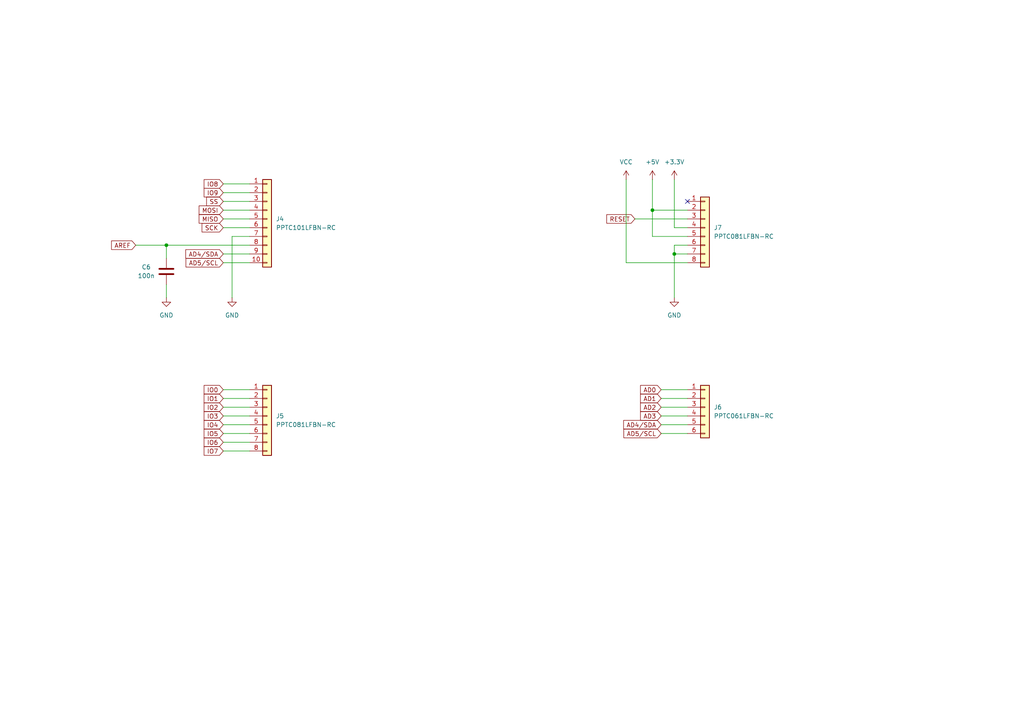
<source format=kicad_sch>
(kicad_sch (version 20231120) (generator "eeschema") (generator_version "8.0")
  (paper "A4")
  (title_block (title "Arduino UNO Headers") (date "2024-04-27") (rev "1") (company "Carlos Sabogal"))
  (lib_symbols
    (symbol "Connector_Generic:Conn_01x06" (pin_names (offset 1.016) hide)
      (property "Reference" "J" (at 0 7.62 0))
      (property "Value" "Conn_01x06" (at 0 -10.16 0))
      (symbol "Conn_01x06_1_1"
        (rectangle (start -1.27 -7.493) (end 0 -7.747) (stroke (width 0.1524)))
        (rectangle (start -1.27 -4.953) (end 0 -5.207) (stroke (width 0.1524)))
        (rectangle (start -1.27 -2.413) (end 0 -2.667) (stroke (width 0.1524)))
        (rectangle (start -1.27 0.127) (end 0 -0.127) (stroke (width 0.1524)))
        (rectangle (start -1.27 2.667) (end 0 2.413) (stroke (width 0.1524)))
        (rectangle (start -1.27 5.207) (end 0 4.953) (stroke (width 0.1524)))
        (rectangle (start -1.27 6.35) (end 1.27 -8.89) (stroke (width 0.254)) (fill (type background)))
        (pin passive line (at -5.08 5.08 0) (length 3.81) (name "Pin_1") (number "1"))
        (pin passive line (at -5.08 2.54 0) (length 3.81) (name "Pin_2") (number "2"))
        (pin passive line (at -5.08 0 0) (length 3.81) (name "Pin_3") (number "3"))
        (pin passive line (at -5.08 -2.54 0) (length 3.81) (name "Pin_4") (number "4"))
        (pin passive line (at -5.08 -5.08 0) (length 3.81) (name "Pin_5") (number "5"))
        (pin passive line (at -5.08 -7.62 0) (length 3.81) (name "Pin_6") (number "6"))
      )
    )
    (symbol "Connector_Generic:Conn_01x08" (pin_names (offset 1.016) hide)
      (property "Reference" "J" (at 0 10.16 0))
      (property "Value" "Conn_01x08" (at 0 -12.7 0))
      (symbol "Conn_01x08_1_1"
        (rectangle (start -1.27 -10.033) (end 0 -10.287) (stroke (width 0.1524)))
        (rectangle (start -1.27 -7.493) (end 0 -7.747) (stroke (width 0.1524)))
        (rectangle (start -1.27 -4.953) (end 0 -5.207) (stroke (width 0.1524)))
        (rectangle (start -1.27 -2.413) (end 0 -2.667) (stroke (width 0.1524)))
        (rectangle (start -1.27 0.127) (end 0 -0.127) (stroke (width 0.1524)))
        (rectangle (start -1.27 2.667) (end 0 2.413) (stroke (width 0.1524)))
        (rectangle (start -1.27 5.207) (end 0 4.953) (stroke (width 0.1524)))
        (rectangle (start -1.27 7.747) (end 0 7.493) (stroke (width 0.1524)))
        (rectangle (start -1.27 8.89) (end 1.27 -11.43) (stroke (width 0.254)) (fill (type background)))
        (pin passive line (at -5.08 7.62 0) (length 3.81) (name "Pin_1") (number "1"))
        (pin passive line (at -5.08 5.08 0) (length 3.81) (name "Pin_2") (number "2"))
        (pin passive line (at -5.08 2.54 0) (length 3.81) (name "Pin_3") (number "3"))
        (pin passive line (at -5.08 0 0) (length 3.81) (name "Pin_4") (number "4"))
        (pin passive line (at -5.08 -2.54 0) (length 3.81) (name "Pin_5") (number "5"))
        (pin passive line (at -5.08 -5.08 0) (length 3.81) (name "Pin_6") (number "6"))
        (pin passive line (at -5.08 -7.62 0) (length 3.81) (name "Pin_7") (number "7"))
        (pin passive line (at -5.08 -10.16 0) (length 3.81) (name "Pin_8") (number "8"))
      )
    )
    (symbol "Connector_Generic:Conn_01x10" (pin_names (offset 1.016) hide)
      (property "Reference" "J" (at 0 12.7 0))
      (property "Value" "Conn_01x10" (at 0 -15.24 0))
      (symbol "Conn_01x10_1_1"
        (rectangle (start -1.27 -12.573) (end 0 -12.827) (stroke (width 0.1524)))
        (rectangle (start -1.27 -10.033) (end 0 -10.287) (stroke (width 0.1524)))
        (rectangle (start -1.27 -7.493) (end 0 -7.747) (stroke (width 0.1524)))
        (rectangle (start -1.27 -4.953) (end 0 -5.207) (stroke (width 0.1524)))
        (rectangle (start -1.27 -2.413) (end 0 -2.667) (stroke (width 0.1524)))
        (rectangle (start -1.27 0.127) (end 0 -0.127) (stroke (width 0.1524)))
        (rectangle (start -1.27 2.667) (end 0 2.413) (stroke (width 0.1524)))
        (rectangle (start -1.27 5.207) (end 0 4.953) (stroke (width 0.1524)))
        (rectangle (start -1.27 7.747) (end 0 7.493) (stroke (width 0.1524)))
        (rectangle (start -1.27 10.287) (end 0 10.033) (stroke (width 0.1524)))
        (rectangle (start -1.27 11.43) (end 1.27 -13.97) (stroke (width 0.254)) (fill (type background)))
        (pin passive line (at -5.08 10.16 0) (length 3.81) (name "Pin_1") (number "1"))
        (pin passive line (at -5.08 -12.7 0) (length 3.81) (name "Pin_10") (number "10"))
        (pin passive line (at -5.08 7.62 0) (length 3.81) (name "Pin_2") (number "2"))
        (pin passive line (at -5.08 5.08 0) (length 3.81) (name "Pin_3") (number "3"))
        (pin passive line (at -5.08 2.54 0) (length 3.81) (name "Pin_4") (number "4"))
        (pin passive line (at -5.08 0 0) (length 3.81) (name "Pin_5") (number "5"))
        (pin passive line (at -5.08 -2.54 0) (length 3.81) (name "Pin_6") (number "6"))
        (pin passive line (at -5.08 -5.08 0) (length 3.81) (name "Pin_7") (number "7"))
        (pin passive line (at -5.08 -7.62 0) (length 3.81) (name "Pin_8") (number "8"))
        (pin passive line (at -5.08 -10.16 0) (length 3.81) (name "Pin_9") (number "9"))
      )
    )
    (symbol "Device:C" (pin_numbers hide) (pin_names (offset 0.254))
      (property "Reference" "C" (at 0.635 2.54 0))
      (property "Value" "C" (at 0.635 -2.54 0))
      (symbol "C_0_1"
        (polyline (pts (xy -2.032 -0.762) (xy 2.032 -0.762)) (stroke (width 0.508)))
        (polyline (pts (xy -2.032 0.762) (xy 2.032 0.762)) (stroke (width 0.508)))
      )
      (symbol "C_1_1"
        (pin passive line (at 0 3.81 270) (length 2.794) (name "~") (number "1"))
        (pin passive line (at 0 -3.81 90) (length 2.794) (name "~") (number "2"))
      )
    )
    (symbol "power:+3.3V" (power) (pin_numbers hide) (pin_names (offset 0) hide)
      (property "Value" "+3.3V" (at 0 3.556 0))
      (symbol "+3.3V_0_1"
        (polyline (pts (xy -0.762 1.27) (xy 0 2.54)))
        (polyline (pts (xy 0 0) (xy 0 2.54)))
        (polyline (pts (xy 0 2.54) (xy 0.762 1.27)))
      )
      (symbol "+3.3V_1_1"
        (pin power_in line (at 0 0 90) (length 0) (name "~") (number "1"))
      )
    )
    (symbol "power:+5V" (power) (pin_numbers hide) (pin_names (offset 0) hide)
      (property "Value" "+5V" (at 0 3.556 0))
      (symbol "+5V_0_1"
        (polyline (pts (xy -0.762 1.27) (xy 0 2.54)))
        (polyline (pts (xy 0 0) (xy 0 2.54)))
        (polyline (pts (xy 0 2.54) (xy 0.762 1.27)))
      )
      (symbol "+5V_1_1"
        (pin power_in line (at 0 0 90) (length 0) (name "~") (number "1"))
      )
    )
    (symbol "power:GND" (power) (pin_numbers hide) (pin_names (offset 0) hide)
      (property "Value" "GND" (at 0 -3.81 0))
      (symbol "GND_0_1"
        (polyline (pts (xy 0 0) (xy 0 -1.27) (xy 1.27 -1.27) (xy 0 -2.54) (xy -1.27 -1.27) (xy 0 -1.27)))
      )
      (symbol "GND_1_1"
        (pin power_in line (at 0 0 270) (length 0) (name "~") (number "1"))
      )
    )
    (symbol "power:VCC" (power) (pin_numbers hide) (pin_names (offset 0) hide)
      (property "Value" "VCC" (at 0 3.556 0))
      (symbol "VCC_0_1"
        (polyline (pts (xy -0.762 1.27) (xy 0 2.54)))
        (polyline (pts (xy 0 0) (xy 0 2.54)))
        (polyline (pts (xy 0 2.54) (xy 0.762 1.27)))
      )
      (symbol "VCC_1_1"
        (pin power_in line (at 0 0 90) (length 0) (name "~") (number "1"))
      )
    )
  )
  (junction (at 189.23 60.96))
  (junction (at 195.58 73.66))
  (junction (at 48.26 71.12))
  (no_connect (at 199.39 58.42))
  (wire (pts (xy 64.77 58.42) (xy 72.39 58.42)))
  (wire (pts (xy 64.77 66.04) (xy 72.39 66.04)))
  (wire (pts (xy 184.15 63.5) (xy 199.39 63.5)))
  (wire (pts (xy 64.77 63.5) (xy 72.39 63.5)))
  (wire (pts (xy 189.23 68.58) (xy 189.23 60.96)))
  (wire (pts (xy 181.61 76.2) (xy 199.39 76.2)))
  (wire (pts (xy 191.77 125.73) (xy 199.39 125.73)))
  (wire (pts (xy 64.77 113.03) (xy 72.39 113.03)))
  (wire (pts (xy 189.23 52.07) (xy 189.23 60.96)))
  (wire (pts (xy 195.58 52.07) (xy 195.58 66.04)))
  (wire (pts (xy 64.77 60.96) (xy 72.39 60.96)))
  (wire (pts (xy 67.31 68.58) (xy 72.39 68.58)))
  (wire (pts (xy 67.31 68.58) (xy 67.31 86.36)))
  (wire (pts (xy 191.77 113.03) (xy 199.39 113.03)))
  (wire (pts (xy 64.77 55.88) (xy 72.39 55.88)))
  (wire (pts (xy 195.58 73.66) (xy 195.58 71.12)))
  (wire (pts (xy 48.26 71.12) (xy 72.39 71.12)))
  (wire (pts (xy 48.26 86.36) (xy 48.26 82.55)))
  (wire (pts (xy 199.39 68.58) (xy 189.23 68.58)))
  (wire (pts (xy 195.58 71.12) (xy 199.39 71.12)))
  (wire (pts (xy 48.26 71.12) (xy 39.37 71.12)))
  (wire (pts (xy 64.77 118.11) (xy 72.39 118.11)))
  (wire (pts (xy 64.77 120.65) (xy 72.39 120.65)))
  (wire (pts (xy 195.58 73.66) (xy 199.39 73.66)))
  (wire (pts (xy 48.26 74.93) (xy 48.26 71.12)))
  (wire (pts (xy 191.77 118.11) (xy 199.39 118.11)))
  (wire (pts (xy 191.77 115.57) (xy 199.39 115.57)))
  (wire (pts (xy 64.77 76.2) (xy 72.39 76.2)))
  (wire (pts (xy 64.77 130.81) (xy 72.39 130.81)))
  (wire (pts (xy 191.77 120.65) (xy 199.39 120.65)))
  (wire (pts (xy 195.58 86.36) (xy 195.58 73.66)))
  (wire (pts (xy 64.77 123.19) (xy 72.39 123.19)))
  (wire (pts (xy 189.23 60.96) (xy 199.39 60.96)))
  (wire (pts (xy 64.77 53.34) (xy 72.39 53.34)))
  (wire (pts (xy 64.77 125.73) (xy 72.39 125.73)))
  (wire (pts (xy 64.77 115.57) (xy 72.39 115.57)))
  (wire (pts (xy 64.77 128.27) (xy 72.39 128.27)))
  (wire (pts (xy 191.77 123.19) (xy 199.39 123.19)))
  (wire (pts (xy 64.77 73.66) (xy 72.39 73.66)))
  (wire (pts (xy 181.61 52.07) (xy 181.61 76.2)))
  (wire (pts (xy 195.58 66.04) (xy 199.39 66.04)))
  (global_label "AD5{slash}SCL" (shape input) (at 64.77 76.2 180) (property "Intersheetrefs" "${INTERSHEET_REFS}" (effects (hide yes))))
  (global_label "IO3" (shape input) (at 64.77 120.65 180) (property "Intersheetrefs" "${INTERSHEET_REFS}" (effects (hide yes))))
  (global_label "SS" (shape input) (at 64.77 58.42 180) (property "Intersheetrefs" "${INTERSHEET_REFS}" (effects (hide yes))))
  (global_label "AD5{slash}SCL" (shape input) (at 191.77 125.73 180) (property "Intersheetrefs" "${INTERSHEET_REFS}" (effects (hide yes))))
  (global_label "MOSI" (shape input) (at 64.77 60.96 180) (property "Intersheetrefs" "${INTERSHEET_REFS}" (effects (hide yes))))
  (global_label "SCK" (shape input) (at 64.77 66.04 180) (property "Intersheetrefs" "${INTERSHEET_REFS}" (effects (hide yes))))
  (global_label "AD3" (shape input) (at 191.77 120.65 180) (property "Intersheetrefs" "${INTERSHEET_REFS}" (effects (hide yes))))
  (global_label "IO2" (shape input) (at 64.77 118.11 180) (property "Intersheetrefs" "${INTERSHEET_REFS}" (effects (hide yes))))
  (global_label "IO1" (shape input) (at 64.77 115.57 180) (property "Intersheetrefs" "${INTERSHEET_REFS}" (effects (hide yes))))
  (global_label "IO7" (shape input) (at 64.77 130.81 180) (property "Intersheetrefs" "${INTERSHEET_REFS}" (effects (hide yes))))
  (global_label "IO6" (shape input) (at 64.77 128.27 180) (property "Intersheetrefs" "${INTERSHEET_REFS}" (effects (hide yes))))
  (global_label "AREF" (shape input) (at 39.37 71.12 180) (property "Intersheetrefs" "${INTERSHEET_REFS}" (effects (hide yes))))
  (global_label "AD4{slash}SDA" (shape input) (at 64.77 73.66 180) (property "Intersheetrefs" "${INTERSHEET_REFS}" (effects (hide yes))))
  (global_label "IO0" (shape input) (at 64.77 113.03 180) (property "Intersheetrefs" "${INTERSHEET_REFS}" (effects (hide yes))))
  (global_label "MISO" (shape input) (at 64.77 63.5 180) (property "Intersheetrefs" "${INTERSHEET_REFS}" (effects (hide yes))))
  (global_label "RESET" (shape input) (at 184.15 63.5 180) (property "Intersheetrefs" "${INTERSHEET_REFS}" (effects (hide yes))))
  (global_label "IO9" (shape input) (at 64.77 55.88 180) (property "Intersheetrefs" "${INTERSHEET_REFS}" (effects (hide yes))))
  (global_label "AD0" (shape input) (at 191.77 113.03 180) (property "Intersheetrefs" "${INTERSHEET_REFS}" (effects (hide yes))))
  (global_label "AD1" (shape input) (at 191.77 115.57 180) (property "Intersheetrefs" "${INTERSHEET_REFS}" (effects (hide yes))))
  (global_label "AD2" (shape input) (at 191.77 118.11 180) (property "Intersheetrefs" "${INTERSHEET_REFS}" (effects (hide yes))))
  (global_label "IO4" (shape input) (at 64.77 123.19 180) (property "Intersheetrefs" "${INTERSHEET_REFS}" (effects (hide yes))))
  (global_label "AD4{slash}SDA" (shape input) (at 191.77 123.19 180) (property "Intersheetrefs" "${INTERSHEET_REFS}" (effects (hide yes))))
  (global_label "IO8" (shape input) (at 64.77 53.34 180) (property "Intersheetrefs" "${INTERSHEET_REFS}" (effects (hide yes))))
  (global_label "IO5" (shape input) (at 64.77 125.73 180) (property "Intersheetrefs" "${INTERSHEET_REFS}" (effects (hide yes))))
  (symbol (lib_id "Connector_Generic:Conn_01x08") (at 204.47 66.04 0) (unit 1)
    (property "Reference" "J7" (at 207.01 66.0399 0) (effects (justify left)))
    (property "Value" "PPTC081LFBN-RC" (at 207.01 68.5799 0) (effects (justify left)))
    (property "Footprint" "Connector_PinSocket_2.54mm:PinSocket_1x08_P2.54mm_Vertical" (effects (hide yes)))
    (property "Description" "Generic connector, single row, 01x08, script generated (kicad-library-utils/schlib/autogen/connector/)" (effects (hide yes)))
  )
  (symbol (lib_id "power:GND") (at 195.58 86.36 0) (unit 1)
    (property "Reference" "#PWR045" (effects (hide yes)))
    (property "Value" "GND" (at 195.58 91.44 0))
    (property "Description" "Power symbol creates a global label with name \"GND\" , ground" (effects (hide yes)))
  )
  (symbol (lib_id "Connector_Generic:Conn_01x06") (at 204.47 118.11 0) (unit 1)
    (property "Reference" "J6" (at 207.01 118.1099 0) (effects (justify left)))
    (property "Value" "PPTC061LFBN-RC" (at 207.01 120.6499 0) (effects (justify left)))
    (property "Footprint" "Connector_PinSocket_2.54mm:PinSocket_1x06_P2.54mm_Vertical" (effects (hide yes)))
    (property "Description" "Generic connector, single row, 01x06, script generated (kicad-library-utils/schlib/autogen/connector/)" (effects (hide yes)))
  )
  (symbol (lib_id "Device:C") (at 48.26 78.74 0) (unit 1)
    (property "Reference" "C6" (at 42.418 77.47 0))
    (property "Value" "100n" (at 42.418 80.01 0))
    (property "Footprint" "Capacitor_SMD:C_0603_1608Metric" (effects (hide yes)))
    (property "Description" "Unpolarized capacitor" (effects (hide yes)))
  )
  (symbol (lib_id "power:GND") (at 67.31 86.36 0) (unit 1)
    (property "Reference" "#PWR036" (effects (hide yes)))
    (property "Value" "GND" (at 67.31 91.44 0))
    (property "Description" "Power symbol creates a global label with name \"GND\" , ground" (effects (hide yes)))
  )
  (symbol (lib_id "Connector_Generic:Conn_01x08") (at 77.47 120.65 0) (unit 1)
    (property "Reference" "J5" (at 80.01 120.6499 0) (effects (justify left)))
    (property "Value" "PPTC081LFBN-RC" (at 80.01 123.1899 0) (effects (justify left)))
    (property "Footprint" "Connector_PinSocket_2.54mm:PinSocket_1x08_P2.54mm_Vertical" (effects (hide yes)))
    (property "Description" "Generic connector, single row, 01x08, script generated (kicad-library-utils/schlib/autogen/connector/)" (effects (hide yes)))
  )
  (symbol (lib_id "Connector_Generic:Conn_01x10") (at 77.47 63.5 0) (unit 1)
    (property "Reference" "J4" (at 80.01 63.4999 0) (effects (justify left)))
    (property "Value" "PPTC101LFBN-RC" (at 80.01 66.0399 0) (effects (justify left)))
    (property "Footprint" "Connector_PinSocket_2.54mm:PinSocket_1x10_P2.54mm_Vertical" (effects (hide yes)))
    (property "Description" "Generic connector, single row, 01x10, script generated (kicad-library-utils/schlib/autogen/connector/)" (effects (hide yes)))
  )
  (symbol (lib_id "power:GND") (at 48.26 86.36 0) (unit 1)
    (property "Reference" "#PWR034" (effects (hide yes)))
    (property "Value" "GND" (at 48.26 91.44 0))
    (property "Description" "Power symbol creates a global label with name \"GND\" , ground" (effects (hide yes)))
  )
  (symbol (lib_id "power:+3.3V") (at 195.58 52.07 0) (unit 1)
    (property "Reference" "#PWR030" (effects (hide yes)))
    (property "Value" "+3.3V" (at 195.58 46.99 0))
    (property "Description" "Power symbol creates a global label with name \"+3.3V\"" (effects (hide yes)))
  )
  (symbol (lib_id "power:VCC") (at 181.61 52.07 0) (unit 1)
    (property "Reference" "#PWR044" (effects (hide yes)))
    (property "Value" "VCC" (at 181.61 46.99 0))
    (property "Description" "Power symbol creates a global label with name \"VCC\"" (effects (hide yes)))
  )
  (symbol (lib_id "power:+5V") (at 189.23 52.07 0) (unit 1)
    (property "Reference" "#PWR021" (effects (hide yes)))
    (property "Value" "+5V" (at 189.23 46.99 0))
    (property "Description" "Power symbol creates a global label with name \"+5V\"" (effects (hide yes)))
  )
)
</source>
